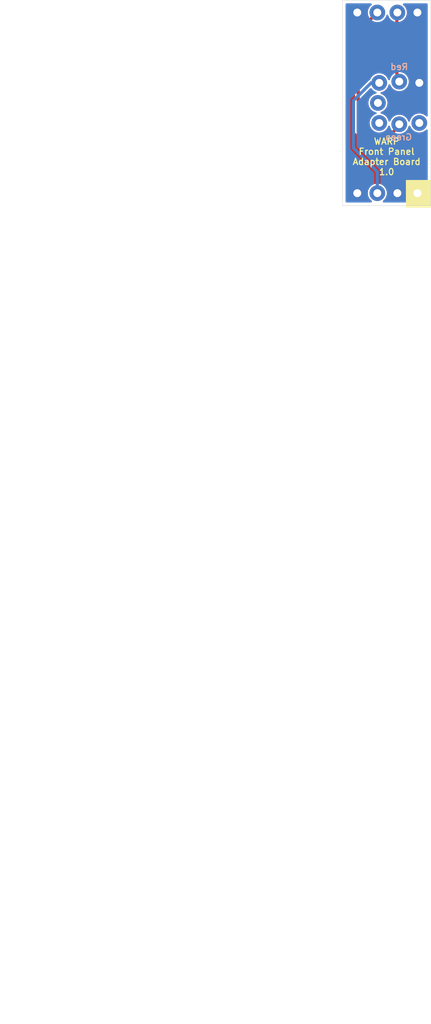
<source format=kicad_pcb>
(kicad_pcb (version 20240108) (generator "pcbnew") (generator_version "8.0")
  (title_block (title "WARP Front Panel Adapter") (date "2024-07-02") (rev "1.1") (company "Tinkerforge GmbH") (comment 1 "Licensed under CERN OHL v.1.1") (comment 2 "Copyright (©) 2024, B.Nordmeyer <bastian@tinkerforge.com>"))
  (layers (0 "F.Cu" signal) (31 "B.Cu" signal) (34 "B.Paste" user) (35 "F.Paste" user) (36 "B.SilkS" user "B.Silkscreen") (37 "F.SilkS" user "F.Silkscreen") (38 "B.Mask" user) (39 "F.Mask" user) (44 "Edge.Cuts" user))
  (net 0 "")
  (net 3 "GND")
  (net 4 "SW-LED1")
  (net 5 "SW-LED2")
  (net 6 "SW")
  (footprint "tf:pin_array_1x4-P2mm_D1mm" (layer "F.Cu") (at 106.19 59.56)
    (property "Reference" "Pw1")
    (property "Value" "CONN_01X04")
    (pad "1" thru_hole roundrect (at -3.81 0) (size 2 2) (drill 1) (layers "*.Cu" "*.Mask") (net 3 "GND"))
    (pad "2" thru_hole circle (at -1.27 0) (size 2 2) (drill 1) (layers "*.Cu" "*.Mask") (net 4 "SW-LED1"))
    (pad "3" thru_hole circle (at 1.27 0) (size 2 2) (drill 1) (layers "*.Cu" "*.Mask") (net 5 "SW-LED2"))
    (pad "4" thru_hole circle (at 3.81 0) (size 2 2) (drill 1) (layers "*.Cu" "*.Mask") (net 3 "GND"))
  )
  (footprint "tf:pin_array_1x4-P2mm_D1mm" (layer "F.Cu") (at 106.19 82.42)
    (property "Reference" "Pw2")
    (property "Value" "CONN_01X04")
    (pad "1" thru_hole roundrect (at -3.81 0) (size 2 2) (drill 1) (layers "*.Cu" "*.Mask") (net 3 "GND"))
    (pad "2" thru_hole circle (at -1.27 0) (size 2 2) (drill 1) (layers "*.Cu" "*.Mask") (net 6 "SW"))
    (pad "3" thru_hole circle (at 1.27 0) (size 2 2) (drill 1) (layers "*.Cu" "*.Mask") (net 3 "GND"))
    (pad "4" thru_hole circle (at 3.81 0) (size 2 2) (drill 1) (layers "*.Cu" "*.Mask") (net 3 "GND"))
  )
  (footprint "tf:LED_TACT_SW_THT" (layer "B.Cu") (at 107.7 71)
    (property "Reference" "SW1")
    (property "Value" "~")
    (pad "" thru_hole circle (at -2.7 0) (size 2 2) (drill 1) (layers "*.Cu" "*.Mask"))
    (pad "1" thru_hole circle (at -2.54 2.54) (size 2 2) (drill 1) (layers "*.Cu" "*.Mask"))
    (pad "2" thru_hole circle (at -2.54 -2.54) (size 2 2) (drill 1) (layers "*.Cu" "*.Mask") (net 6 "SW"))
    (pad "3" thru_hole circle (at 2.54 2.54) (size 2 2) (drill 1) (layers "*.Cu" "*.Mask"))
    (pad "4" thru_hole circle (at 2.54 -2.54) (size 2 2) (drill 1) (layers "*.Cu" "*.Mask") (net 3 "GND"))
    (pad "L1" thru_hole circle (at 0 2.7) (size 2 2) (drill 1) (layers "*.Cu" "*.Mask") (net 4 "SW-LED1"))
    (pad "L2" thru_hole circle (at 0 -2.7) (size 2 2) (drill 1) (layers "*.Cu" "*.Mask") (net 5 "SW-LED2"))
  )
  (gr_poly (pts (xy 108.59 80.8) (xy 111.69 80.8) (xy 111.69 84.2) (xy 108.59 84.2)) (stroke (width 0.1)) (fill solid) (layer "F.SilkS"))
  (gr_line (start 111.7 58) (end 111.7 84) (stroke (width 0.05)) (layer "Edge.Cuts"))
  (gr_line (start 111.7 84) (end 100.5 84) (stroke (width 0.05)) (layer "Edge.Cuts"))
  (gr_line (start 100.5 84) (end 100.5 58) (stroke (width 0.05)) (layer "Edge.Cuts"))
  (gr_line (start 100.5 58) (end 111.7 58) (stroke (width 0.05)) (layer "Edge.Cuts"))
  (gr_text "Green" (at 109.4 75.8 0) (layer "B.SilkS") (effects (font (size 0.8 0.8)) (justify left bottom mirror)))
  (gr_text "Red" (at 108.9 66.9 0) (layer "B.SilkS") (effects (font (size 0.8 0.8)) (justify left bottom mirror)))
  (gr_text "WARP\nFront Panel\nAdapter Board\n1.0" (at 106.1 80.2 0) (layer "F.SilkS") (effects (font (size 0.8 0.8) (thickness 0.15) (bold yes)) (justify bottom)))
  (segment (start 102.5 74.6) (end 102.5 61.98) (width 0.4) (layer "F.Cu") (net 4))
  (segment (start 103.4 75.5) (end 102.5 74.6) (width 0.4) (layer "F.Cu") (net 4))
  (segment (start 107.7 73.7) (end 107.7 73.9) (width 0.4) (layer "F.Cu") (net 4))
  (segment (start 107.7 73.9) (end 106.1 75.5) (width 0.4) (layer "F.Cu") (net 4))
  (segment (start 106.1 75.5) (end 103.4 75.5) (width 0.4) (layer "F.Cu") (net 4))
  (segment (start 102.5 61.98) (end 104.92 59.56) (width 0.4) (layer "F.Cu") (net 4))
  (segment (start 107.4 59.62) (end 107.46 59.56) (width 0.4) (layer "F.Cu") (net 5))
  (segment (start 107.7 68.3) (end 107.4 68) (width 0.4) (layer "F.Cu") (net 5))
  (segment (start 107.4 68) (end 107.4 59.62) (width 0.4) (layer "F.Cu") (net 5))
  (segment (start 104.14 68.46) (end 105.16 68.46) (width 0.4) (layer "B.Cu") (net 6))
  (segment (start 101.9 76.7) (end 101.9 70.7) (width 0.4) (layer "B.Cu") (net 6))
  (segment (start 101.9 70.7) (end 104.14 68.46) (width 0.4) (layer "B.Cu") (net 6))
  (segment (start 104.92 82.42) (end 104.92 79.72) (width 0.4) (layer "B.Cu") (net 6))
  (segment (start 104.92 79.72) (end 101.9 76.7) (width 0.4) (layer "B.Cu") (net 6))
  (zone (net 3) (net_name "GND") (layers "F&B.Cu") (priority 1) (connect_pads yes (clearance 0.2)) (min_thickness 0.25) (fill yes (thermal_gap 0.5) (thermal_bridge_width 0.5))
    (polygon (pts (xy 100.5 58) (xy 111.7 58) (xy 111.7 84) (xy 100.5 84)))
  )
)
</source>
